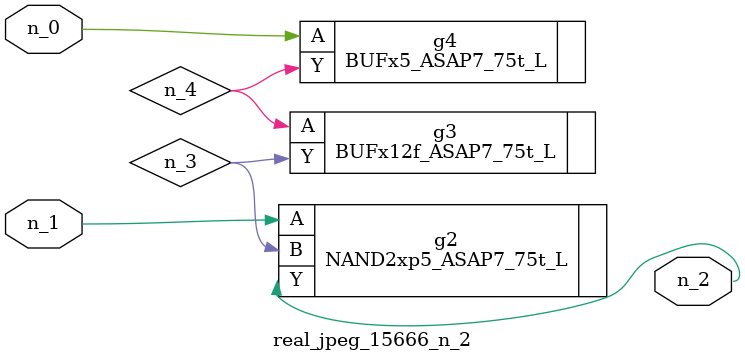
<source format=v>
module real_jpeg_15666_n_2 (n_1, n_0, n_2);

input n_1;
input n_0;

output n_2;

wire n_4;
wire n_3;

BUFx5_ASAP7_75t_L g4 ( 
.A(n_0),
.Y(n_4)
);

NAND2xp5_ASAP7_75t_L g2 ( 
.A(n_1),
.B(n_3),
.Y(n_2)
);

BUFx12f_ASAP7_75t_L g3 ( 
.A(n_4),
.Y(n_3)
);


endmodule
</source>
